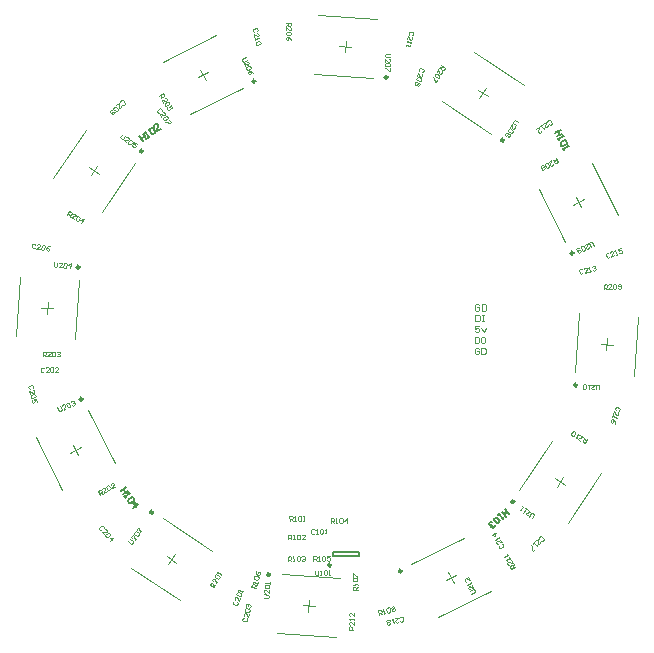
<source format=gto>
G04 Layer_Color=65535*
%FSTAX42Y42*%
%MOMM*%
G71*
G01*
G75*
%ADD56C,0.25*%
%ADD57C,0.20*%
%ADD58C,0.10*%
%ADD59C,0.04*%
%ADD60C,0.15*%
%ADD61C,0.05*%
D56*
X02028Y016515D02*
G03*
X02028Y016515I-000012J0D01*
G01*
X020877Y016464D02*
G03*
X020877Y016464I-000012J0D01*
G01*
X019761Y016435D02*
G03*
X019761Y016435I-000012J0D01*
G01*
X018772Y016962D02*
G03*
X018772Y016962I-000012J0D01*
G01*
X018176Y017919D02*
G03*
X018176Y017919I-000012J0D01*
G01*
X01815Y019037D02*
G03*
X01815Y019037I-000012J0D01*
G01*
X018686Y02002D02*
G03*
X018686Y02002I-000012J0D01*
G01*
X019638Y020612D02*
G03*
X019638Y020612I-000012J0D01*
G01*
X020758Y020644D02*
G03*
X020758Y020644I-000012J0D01*
G01*
X021743Y020112D02*
G03*
X021743Y020112I-000012J0D01*
G01*
X022331Y019157D02*
G03*
X022331Y019157I-000012J0D01*
G01*
X022363Y018038D02*
G03*
X022363Y018038I-000012J0D01*
G01*
X021829Y017052D02*
G03*
X021829Y017052I-000012J0D01*
G01*
D57*
X020295Y016595D02*
X020295Y016625D01*
X020515Y016625D02*
X020515Y016595D01*
X020295D02*
X020515D01*
X020295Y016625D02*
X020515Y016625D01*
D58*
X021273Y016455D02*
X021317Y016365D01*
X02125Y016388D02*
X02134Y016433D01*
X020088Y016121D02*
X020095Y01622D01*
X020042Y016174D02*
X020141Y016167D01*
X0189Y016521D02*
X018956Y016605D01*
X018886Y016591D02*
X01897Y016536D01*
X01807Y017466D02*
X018159Y017511D01*
X018092Y017533D02*
X018137Y017444D01*
X017826Y018695D02*
X017925Y018689D01*
X017872Y018642D02*
X017879Y018742D01*
X018231Y019883D02*
X018314Y019827D01*
X018245Y019814D02*
X0183Y019896D01*
X019173Y02071D02*
X019218Y020621D01*
X019151Y020643D02*
X01924Y020688D01*
X020396Y020855D02*
X020402Y020955D01*
X020349Y020908D02*
X020449Y020902D01*
X021535Y020469D02*
X02159Y020553D01*
X021521Y020539D02*
X021604Y020483D01*
X022327Y019565D02*
X022417Y01961D01*
X02235Y019632D02*
X022394Y019543D01*
X022562Y018387D02*
X022662Y018381D01*
X022609Y018334D02*
X022615Y018434D01*
X022174Y017248D02*
X022258Y017192D01*
X022188Y017178D02*
X022244Y017262D01*
X020144Y016468D02*
X020145Y016435D01*
X020151Y016428D01*
X020165Y016428D01*
X020171Y016435D01*
X020171Y016468D01*
X020185Y016428D02*
X020198Y016429D01*
X020191Y016428D01*
X020191Y016468D01*
X020184Y016462D01*
X020218Y016462D02*
X020224Y016469D01*
X020237Y016469D01*
X020244Y016462D01*
X020245Y016436D01*
X020238Y016429D01*
X020225Y016429D01*
X020218Y016435D01*
X020218Y016462D01*
X020258Y016429D02*
X020271Y016429D01*
X020265Y016429D01*
X020264Y016469D01*
X020258Y016463D01*
X020469Y015967D02*
X020429Y015968D01*
X020429Y015988D01*
X020436Y015995D01*
X020449Y015994D01*
X020456Y015987D01*
X020455Y015968D01*
X020456Y015981D02*
X020469Y015994D01*
X020471Y016034D02*
X02047Y016007D01*
X020444Y016035D01*
X020437Y016035D01*
X02043Y016028D01*
X02043Y016015D01*
X020436Y016008D01*
X020471Y016047D02*
X020471Y01606D01*
X020471Y016054D01*
X020431Y016055D01*
X020438Y016048D01*
X020473Y016107D02*
X020472Y01608D01*
X020446Y016108D01*
X020439Y016108D01*
X020433Y016102D01*
X020432Y016088D01*
X020439Y016081D01*
X020865Y016041D02*
X020873Y016036D01*
X020886Y01604D01*
X020891Y016048D01*
X020884Y016074D01*
X020876Y016078D01*
X020863Y016075D01*
X020858Y016067D01*
X020818Y016064D02*
X020844Y01607D01*
X020824Y016038D01*
X020826Y016032D01*
X020834Y016027D01*
X020847Y01603D01*
X020852Y016038D01*
X020805Y016061D02*
X020792Y016058D01*
X020798Y016059D01*
X020808Y01602D01*
X020813Y016028D01*
X020781Y01602D02*
X020776Y016012D01*
X020763Y016009D01*
X020755Y016014D01*
X020753Y01602D01*
X020758Y016029D01*
X02075Y016033D01*
X020748Y01604D01*
X020753Y016048D01*
X020766Y016051D01*
X020774Y016046D01*
X020776Y01604D01*
X020771Y016032D01*
X020779Y016027D01*
X020781Y01602D01*
X020771Y016032D02*
X020758Y016029D01*
X021466Y01627D02*
X021496Y016285D01*
X0215Y016294D01*
X021494Y016306D01*
X021485Y016309D01*
X021455Y016294D01*
X021474Y016348D02*
X021485Y016324D01*
X02145Y016336D01*
X021444Y016333D01*
X021441Y016324D01*
X021446Y016312D01*
X021455Y016309D01*
X021468Y01636D02*
X021462Y016372D01*
X021465Y016366D01*
X021429Y016348D01*
X021438Y016345D01*
X021442Y016414D02*
X021454Y01639D01*
X021418Y016402D01*
X021412Y016399D01*
X021409Y016391D01*
X021415Y016379D01*
X021424Y016375D01*
X02014Y016814D02*
X020133Y016821D01*
X02012Y016821D01*
X020113Y016814D01*
X020113Y016787D01*
X02012Y016781D01*
X020133Y016781D01*
X02014Y016788D01*
X020153Y016781D02*
X020167Y016781D01*
X02016Y016781D01*
X02016Y016821D01*
X020153Y016814D01*
X020186Y016815D02*
X020193Y016821D01*
X020206Y016822D01*
X020213Y016815D01*
X020213Y016788D01*
X020207Y016782D01*
X020193Y016781D01*
X020187Y016788D01*
X020186Y016815D01*
X020227Y016782D02*
X02024Y016782D01*
X020233Y016782D01*
X020233Y016822D01*
X020226Y016815D01*
X019918Y016732D02*
X019917Y016772D01*
X019937Y016772D01*
X019944Y016766D01*
X019944Y016752D01*
X019937Y016746D01*
X019917Y016746D01*
X019931Y016746D02*
X019944Y016732D01*
X019958Y016732D02*
X019971Y016732D01*
X019964Y016732D01*
X019964Y016772D01*
X019957Y016766D01*
X019991Y016766D02*
X019997Y016773D01*
X020011Y016773D01*
X020017Y016766D01*
X020017Y016739D01*
X020011Y016733D01*
X019997Y016733D01*
X019991Y016739D01*
X019991Y016766D01*
X020057Y016733D02*
X020031Y016733D01*
X020057Y016759D01*
X020057Y016766D01*
X020051Y016773D01*
X020037Y016773D01*
X020031Y016766D01*
X019916Y016547D02*
X019915Y016587D01*
X019935Y016588D01*
X019941Y016581D01*
X019942Y016568D01*
X019935Y016561D01*
X019915Y016561D01*
X019929Y016561D02*
X019942Y016548D01*
X019955Y016548D02*
X019969Y016549D01*
X019962Y016549D01*
X019961Y016588D01*
X019955Y016582D01*
X019988Y016582D02*
X019995Y016589D01*
X020008Y01659D01*
X020015Y016583D01*
X020015Y016556D01*
X020009Y01655D01*
X019995Y016549D01*
X019989Y016556D01*
X019988Y016582D01*
X020028Y016583D02*
X020035Y01659D01*
X020048Y01659D01*
X020055Y016584D01*
X020055Y016577D01*
X020048Y01657D01*
X020042Y01657D01*
X020048Y01657D01*
X020055Y016564D01*
X020055Y016557D01*
X020049Y01655D01*
X020035Y01655D01*
X020029Y016557D01*
X020277Y016871D02*
X020277Y016911D01*
X020297Y016912D01*
X020303Y016905D01*
X020303Y016892D01*
X020297Y016885D01*
X020277Y016885D01*
X02029Y016885D02*
X020303Y016872D01*
X020317Y016872D02*
X02033Y016872D01*
X020323Y016872D01*
X020323Y016912D01*
X020317Y016905D01*
X02035Y016905D02*
X020356Y016912D01*
X02037Y016912D01*
X020377Y016906D01*
X020377Y016879D01*
X02037Y016872D01*
X020357Y016872D01*
X02035Y016879D01*
X02035Y016905D01*
X02041Y016872D02*
X02041Y016912D01*
X02039Y016892D01*
X020417Y016893D01*
X019643Y01632D02*
X019604Y01633D01*
X019609Y01635D01*
X019618Y016354D01*
X01963Y016351D01*
X019635Y016342D01*
X01963Y016323D01*
X019633Y016336D02*
X01965Y016345D01*
X019653Y016358D02*
X019657Y016371D01*
X019655Y016365D01*
X019617Y016375D01*
X019621Y016367D01*
X01963Y016399D02*
X019626Y016407D01*
X019629Y01642D01*
X019637Y016425D01*
X019663Y016418D01*
X019668Y016409D01*
X019664Y016397D01*
X019656Y016392D01*
X01963Y016399D01*
X019642Y016465D02*
X019644Y016451D01*
X019654Y016434D01*
X019667Y016431D01*
X019675Y016435D01*
X019678Y016448D01*
X019674Y016456D01*
X019667Y016458D01*
X019659Y016453D01*
X019654Y016434D01*
X020503Y016304D02*
X020463Y016304D01*
X020463Y016324D01*
X020469Y016331D01*
X020483Y016331D01*
X020489Y016324D01*
X02049Y016304D01*
X020489Y016317D02*
X020503Y016331D01*
X020503Y016344D02*
X020502Y016358D01*
X020502Y016351D01*
X020462Y01635D01*
X020469Y016344D01*
X020469Y016377D02*
X020462Y016384D01*
X020462Y016397D01*
X020469Y016404D01*
X020495Y016404D01*
X020502Y016398D01*
X020502Y016384D01*
X020496Y016377D01*
X020469Y016377D01*
X020462Y016417D02*
X020462Y016444D01*
X020468Y016444D01*
X020495Y016417D01*
X020502Y016418D01*
X020129Y016552D02*
X020129Y016591D01*
X020149Y016592D01*
X020156Y016585D01*
X020156Y016572D01*
X020149Y016565D01*
X020129Y016565D01*
X020143Y016565D02*
X020156Y016552D01*
X020169Y016552D02*
X020183Y016552D01*
X020176Y016552D01*
X020176Y016592D01*
X020169Y016585D01*
X020202Y016586D02*
X020209Y016592D01*
X020222Y016593D01*
X020229Y016586D01*
X020229Y016559D01*
X020223Y016553D01*
X020209Y016552D01*
X020203Y016559D01*
X020202Y016586D01*
X020269Y016593D02*
X020242Y016593D01*
X020243Y016573D01*
X020256Y01658D01*
X020262Y01658D01*
X020269Y016573D01*
X020269Y01656D01*
X020263Y016553D01*
X020249Y016553D01*
X020243Y01656D01*
X019461Y016209D02*
X019452Y016205D01*
X019447Y016193D01*
X019451Y016184D01*
X019476Y016175D01*
X019485Y016179D01*
X01949Y016191D01*
X019486Y0162D01*
X019506Y016235D02*
X019497Y01621D01*
X019481Y016244D01*
X019475Y016247D01*
X019466Y016243D01*
X019462Y01623D01*
X019465Y016222D01*
X01948Y016259D02*
X019476Y016268D01*
X01948Y01628D01*
X019489Y016284D01*
X019514Y016275D01*
X019518Y016266D01*
X019513Y016254D01*
X019504Y01625D01*
X01948Y016259D01*
X019525Y016285D02*
X01953Y016297D01*
X019527Y016291D01*
X01949Y016305D01*
X019494Y016297D01*
X017848Y018181D02*
X017841Y018187D01*
X017828Y018187D01*
X017822Y01818D01*
X017822Y018153D01*
X017829Y018147D01*
X017842Y018147D01*
X017849Y018154D01*
X017889Y018148D02*
X017862Y018148D01*
X017888Y018175D01*
X017888Y018182D01*
X017881Y018188D01*
X017868Y018188D01*
X017862Y018181D01*
X017901Y018182D02*
X017908Y018189D01*
X017921Y018189D01*
X017928Y018183D01*
X017929Y018156D01*
X017922Y018149D01*
X017909Y018149D01*
X017902Y018155D01*
X017901Y018182D01*
X017969Y018151D02*
X017942Y01815D01*
X017968Y018177D01*
X017968Y018184D01*
X017961Y01819D01*
X017948Y01819D01*
X017941Y018183D01*
X019539Y016069D02*
X019531Y016064D01*
X019528Y016051D01*
X019533Y016043D01*
X019559Y016037D01*
X019567Y016042D01*
X01957Y016055D01*
X019565Y016063D01*
X019581Y0161D02*
X019575Y016074D01*
X019555Y016107D01*
X019549Y016108D01*
X019541Y016103D01*
X019538Y01609D01*
X019542Y016082D01*
X019552Y016121D02*
X019547Y016129D01*
X01955Y016142D01*
X019558Y016147D01*
X019584Y016141D01*
X019589Y016133D01*
X019586Y01612D01*
X019578Y016115D01*
X019552Y016121D01*
X019561Y01616D02*
X019557Y016168D01*
X01956Y016181D01*
X019568Y016186D01*
X019574Y016184D01*
X019579Y016176D01*
X019578Y01617D01*
X019579Y016176D01*
X019587Y016181D01*
X019594Y01618D01*
X019599Y016171D01*
X019595Y016159D01*
X019587Y016154D01*
X018353Y016826D02*
X018353Y016835D01*
X018344Y016845D01*
X018334Y016845D01*
X018315Y016827D01*
X018315Y016818D01*
X018324Y016808D01*
X018333Y016808D01*
X018355Y016774D02*
X018337Y016793D01*
X018375Y016792D01*
X01838Y016796D01*
X01838Y016806D01*
X018371Y016816D01*
X018362Y016816D01*
X018389Y016787D02*
X018398Y016786D01*
X018407Y016777D01*
X018407Y016767D01*
X018388Y016749D01*
X018378Y016749D01*
X018369Y016759D01*
X018369Y016769D01*
X018389Y016787D01*
X018405Y01672D02*
X018435Y016747D01*
X018406Y016748D01*
X018425Y016729D01*
X017754Y018012D02*
X017759Y01802D01*
X017755Y018033D01*
X017747Y018038D01*
X017721Y018032D01*
X017717Y018024D01*
X01772Y018011D01*
X017728Y018006D01*
X01773Y017965D02*
X017724Y017991D01*
X017756Y017971D01*
X017763Y017973D01*
X017768Y017981D01*
X017765Y017994D01*
X017757Y017999D01*
X017766Y01796D02*
X017774Y017955D01*
X017777Y017942D01*
X017772Y017934D01*
X017746Y017928D01*
X017738Y017933D01*
X017735Y017946D01*
X01774Y017954D01*
X017766Y01796D01*
X017788Y017897D02*
X017782Y017922D01*
X017762Y017918D01*
X017772Y017906D01*
X017773Y0179D01*
X017768Y017892D01*
X017755Y017889D01*
X017747Y017894D01*
X017744Y017907D01*
X017749Y017915D01*
X017776Y019227D02*
X01777Y019234D01*
X017757Y019236D01*
X01775Y01923D01*
X017746Y019204D01*
X017752Y019197D01*
X017765Y019195D01*
X017772Y0192D01*
X017811Y019188D02*
X017785Y019192D01*
X017815Y019214D01*
X017816Y019221D01*
X01781Y019229D01*
X017797Y01923D01*
X017789Y019225D01*
X017829Y019219D02*
X017836Y019225D01*
X01785Y019223D01*
X017855Y019215D01*
X017852Y019189D01*
X017844Y019183D01*
X017831Y019185D01*
X017825Y019193D01*
X017829Y019219D01*
X017896Y019216D02*
X017882Y019212D01*
X017867Y0192D01*
X017865Y019187D01*
X01787Y01918D01*
X017884Y019178D01*
X017891Y019183D01*
X017892Y01919D01*
X017886Y019198D01*
X017867Y0192D01*
X018848Y02036D02*
X018849Y020369D01*
X018842Y02038D01*
X018832Y020382D01*
X01881Y020366D01*
X018809Y020357D01*
X018816Y020346D01*
X018826Y020344D01*
X018843Y020308D02*
X018828Y02033D01*
X018865Y020323D01*
X01887Y020327D01*
X018872Y020336D01*
X018864Y020347D01*
X018855Y020349D01*
X018878Y020316D02*
X018887Y020314D01*
X018895Y020303D01*
X018893Y020294D01*
X018871Y020279D01*
X018862Y02028D01*
X018854Y020291D01*
X018856Y020301D01*
X018878Y020316D01*
X018906Y020287D02*
X018922Y020265D01*
X018916Y020261D01*
X018879Y020268D01*
X018873Y020264D01*
X021052Y020687D02*
X02106Y020692D01*
X021064Y020705D01*
X021059Y020713D01*
X021034Y020721D01*
X021026Y020716D01*
X021022Y020703D01*
X021026Y020695D01*
X021009Y020659D02*
X021016Y020684D01*
X021034Y020651D01*
X021041Y020649D01*
X021049Y020654D01*
X021053Y020666D01*
X021048Y020675D01*
X021037Y020636D02*
X021041Y020628D01*
X021037Y020615D01*
X021029Y020611D01*
X021004Y020618D01*
X020999Y020627D01*
X021003Y020639D01*
X021011Y020644D01*
X021037Y020636D01*
X021025Y020598D02*
X02103Y02059D01*
X021026Y020577D01*
X021018Y020572D01*
X021011Y020574D01*
X021007Y020583D01*
X020999Y020578D01*
X020992Y02058D01*
X020988Y020588D01*
X020992Y020601D01*
X021Y020606D01*
X021006Y020604D01*
X021011Y020595D01*
X021019Y0206D01*
X021025Y020598D01*
X021011Y020595D02*
X021007Y020583D01*
X018513Y020412D02*
X018523Y020412D01*
X018533Y020421D01*
X018533Y020431D01*
X018515Y02045D01*
X018505Y02045D01*
X018495Y020441D01*
X018495Y020432D01*
X018462Y020409D02*
X018481Y020428D01*
X01848Y02039D01*
X018484Y020385D01*
X018494Y020385D01*
X018504Y020394D01*
X018504Y020403D01*
X018475Y020376D02*
X018474Y020366D01*
X018465Y020357D01*
X018455Y020358D01*
X018437Y020377D01*
X018437Y020386D01*
X018447Y020396D01*
X018456Y020395D01*
X018475Y020376D01*
X018427Y020368D02*
X018418Y020368D01*
X018408Y020359D01*
X018408Y02035D01*
X018426Y02033D01*
X018436Y02033D01*
X018445Y020339D01*
X018446Y020348D01*
X018441Y020353D01*
X018432Y020354D01*
X018417Y02034D01*
X019653Y021034D02*
X019658Y021041D01*
X019655Y021054D01*
X019648Y02106D01*
X019622Y021054D01*
X019616Y021046D01*
X019619Y021033D01*
X019627Y021028D01*
X019629Y020987D02*
X019623Y021013D01*
X019655Y020993D01*
X019662Y020994D01*
X019667Y021002D01*
X019664Y021015D01*
X019656Y02102D01*
X019632Y020974D02*
X019635Y020961D01*
X019633Y020968D01*
X019672Y020976D01*
X019665Y020981D01*
X019672Y020949D02*
X01968Y020944D01*
X019682Y020931D01*
X019677Y020923D01*
X019651Y020917D01*
X019643Y020922D01*
X01964Y020935D01*
X019646Y020943D01*
X019672Y020949D01*
X020966Y020999D02*
X020974Y021004D01*
X020977Y021017D01*
X020972Y021025D01*
X020946Y021031D01*
X020938Y021026D01*
X020935Y021013D01*
X02094Y021005D01*
X020925Y020968D02*
X020931Y020994D01*
X02095Y020961D01*
X020957Y02096D01*
X020965Y020965D01*
X020968Y020978D01*
X020963Y020986D01*
X020921Y020955D02*
X020918Y020942D01*
X02092Y020948D01*
X020959Y020939D01*
X020954Y020947D01*
X020914Y020922D02*
X020911Y020909D01*
X020912Y020916D01*
X020951Y020907D01*
X020946Y020915D01*
X022126Y020245D02*
X022135Y020243D01*
X022146Y020251D01*
X022147Y020261D01*
X022131Y020282D01*
X022122Y020284D01*
X022111Y020276D01*
X02211Y020266D01*
X022074Y020248D02*
X022095Y020264D01*
X02209Y020227D01*
X022094Y020221D01*
X022103Y02022D01*
X022114Y020228D01*
X022115Y020237D01*
X022063Y02024D02*
X022052Y020232D01*
X022058Y020236D01*
X022081Y020204D01*
X022083Y020213D01*
X022015Y020204D02*
X022036Y02022D01*
X022031Y020183D01*
X022035Y020178D01*
X022044Y020176D01*
X022055Y020184D01*
X022056Y020193D01*
X022406Y019019D02*
X022398Y019023D01*
X022385Y01902D01*
X02238Y019012D01*
X022386Y018986D01*
X022394Y018982D01*
X022407Y018985D01*
X022412Y018993D01*
X022452Y018995D02*
X022426Y018989D01*
X022446Y019021D01*
X022445Y019028D01*
X022437Y019033D01*
X022424Y01903D01*
X022419Y019022D01*
X022465Y018998D02*
X022478Y019001D01*
X022472Y019D01*
X022463Y019039D01*
X022458Y019031D01*
X02249Y019038D02*
X022495Y019046D01*
X022508Y019049D01*
X022516Y019044D01*
X022518Y019038D01*
X022513Y01903D01*
X022506Y019028D01*
X022513Y01903D01*
X022521Y019025D01*
X022522Y019018D01*
X022517Y01901D01*
X022504Y019007D01*
X022496Y019012D01*
X0217Y01668D02*
X021698Y016671D01*
X021704Y016659D01*
X021713Y016657D01*
X021737Y016669D01*
X021739Y016678D01*
X021733Y01669D01*
X021724Y016693D01*
X021711Y016731D02*
X021723Y016708D01*
X021687Y016718D01*
X021681Y016715D01*
X021679Y016706D01*
X021685Y016694D01*
X021694Y016692D01*
X021704Y016743D02*
X021698Y016754D01*
X021701Y016749D01*
X021666Y016729D01*
X021675Y016727D01*
X021679Y016789D02*
X021644Y01677D01*
X021671Y016762D01*
X021658Y016786D01*
X022628Y019153D02*
X022619Y019157D01*
X022607Y019152D01*
X022603Y019144D01*
X022613Y019119D01*
X022621Y019115D01*
X022634Y01912D01*
X022637Y019128D01*
X022677Y019137D02*
X022652Y019127D01*
X022667Y019162D01*
X022665Y019168D01*
X022656Y019172D01*
X022644Y019167D01*
X02264Y019158D01*
X022689Y019142D02*
X022702Y019146D01*
X022696Y019144D01*
X022681Y019181D01*
X022677Y019173D01*
X022731Y019201D02*
X022706Y019191D01*
X022713Y019172D01*
X022723Y019183D01*
X022729Y019186D01*
X022738Y019182D01*
X022743Y01917D01*
X022739Y019161D01*
X022727Y019156D01*
X022718Y01916D01*
X022713Y017821D02*
X022721Y017825D01*
X022726Y017838D01*
X022721Y017847D01*
X022696Y017855D01*
X022688Y017851D01*
X022683Y017839D01*
X022688Y01783D01*
X022668Y017795D02*
X022677Y01782D01*
X022693Y017786D01*
X0227Y017784D01*
X022708Y017788D01*
X022712Y0178D01*
X022708Y017809D01*
X022664Y017782D02*
X022659Y017769D01*
X022662Y017776D01*
X022699Y017763D01*
X022695Y017771D01*
X022682Y017712D02*
X02268Y017727D01*
X022672Y017744D01*
X022659Y017748D01*
X022651Y017744D01*
X022646Y017732D01*
X02265Y017723D01*
X022657Y017721D01*
X022665Y017725D01*
X022672Y017744D01*
X02206Y01672D02*
X022069Y01672D01*
X022079Y01673D01*
X022079Y016739D01*
X02206Y016758D01*
X02205Y016758D01*
X022041Y016748D01*
X022041Y016739D01*
X022008Y016715D02*
X022027Y016734D01*
X022027Y016696D01*
X022032Y016692D01*
X022041Y016692D01*
X022051Y016701D01*
X022051Y016711D01*
X021999Y016706D02*
X021989Y016696D01*
X021994Y016701D01*
X022022Y016673D01*
X022022Y016682D01*
X022004Y016654D02*
X021985Y016635D01*
X02198Y01664D01*
X02198Y016677D01*
X021975Y016682D01*
X019928Y016892D02*
X019927Y016932D01*
X019947Y016932D01*
X019954Y016925D01*
X019954Y016912D01*
X019948Y016905D01*
X019928Y016905D01*
X019941Y016905D02*
X019954Y016892D01*
X019968Y016892D02*
X019981Y016892D01*
X019974Y016892D01*
X019974Y016932D01*
X019967Y016925D01*
X020001Y016925D02*
X020007Y016932D01*
X020021Y016932D01*
X020027Y016925D01*
X020028Y016899D01*
X020021Y016892D01*
X020008Y016892D01*
X020001Y016899D01*
X020001Y016925D01*
X020041Y016892D02*
X020054Y016892D01*
X020048Y016892D01*
X020047Y016932D01*
X020041Y016926D01*
X020686Y016093D02*
X020676Y016131D01*
X020695Y016137D01*
X020703Y016132D01*
X020707Y016119D01*
X020702Y016111D01*
X020683Y016106D01*
X020696Y016109D02*
X020712Y0161D01*
X020725Y016103D02*
X020738Y016107D01*
X020731Y016105D01*
X020721Y016143D01*
X020716Y016135D01*
X020748Y016144D02*
X020753Y016152D01*
X020766Y016156D01*
X020774Y016151D01*
X020781Y016125D01*
X020776Y016117D01*
X020763Y016113D01*
X020755Y016118D01*
X020748Y016144D01*
X020787Y016154D02*
X020792Y016162D01*
X020805Y016166D01*
X020813Y016161D01*
X020814Y016155D01*
X02081Y016147D01*
X020818Y016142D01*
X02082Y016135D01*
X020815Y016127D01*
X020802Y016124D01*
X020794Y016129D01*
X020792Y016135D01*
X020797Y016143D01*
X020789Y016148D01*
X020787Y016154D01*
X020797Y016143D02*
X02081Y016147D01*
X019288Y016325D02*
X019252Y016344D01*
X019262Y016362D01*
X019271Y016364D01*
X019283Y016358D01*
X019285Y016349D01*
X019276Y016331D01*
X019282Y016343D02*
X0193Y016348D01*
X019319Y016384D02*
X019307Y01636D01*
X019296Y016396D01*
X01929Y016399D01*
X019281Y016397D01*
X019275Y016385D01*
X019277Y016376D01*
X019296Y016411D02*
X019294Y01642D01*
X0193Y016432D01*
X019309Y016435D01*
X019332Y016422D01*
X019335Y016413D01*
X019329Y016401D01*
X01932Y016398D01*
X019296Y016411D01*
X019345Y01643D02*
X019351Y016442D01*
X019348Y016436D01*
X019313Y016455D01*
X019315Y016446D01*
X018323Y017107D02*
X018303Y017143D01*
X018321Y017152D01*
X01833Y01715D01*
X018336Y017138D01*
X018334Y017129D01*
X018316Y017119D01*
X018328Y017126D02*
X018346Y01712D01*
X018381Y017139D02*
X018358Y017127D01*
X018368Y017163D01*
X018365Y017169D01*
X018356Y017171D01*
X018344Y017165D01*
X018342Y017156D01*
X018377Y017175D02*
X018379Y017184D01*
X018391Y01719D01*
X0184Y017188D01*
X018413Y017164D01*
X01841Y017155D01*
X018399Y017149D01*
X01839Y017152D01*
X018377Y017175D01*
X018451Y017178D02*
X018428Y017165D01*
X018439Y017201D01*
X018435Y017207D01*
X018426Y01721D01*
X018415Y017203D01*
X018412Y017194D01*
X017838Y018282D02*
Y018322D01*
X017857D01*
X017864Y018316D01*
Y018302D01*
X017857Y018296D01*
X017838D01*
X017851D02*
X017864Y018282D01*
X017904D02*
X017877D01*
X017904Y018309D01*
Y018316D01*
X017897Y018322D01*
X017884D01*
X017877Y018316D01*
X017917D02*
X017924Y018322D01*
X017937D01*
X017944Y018316D01*
Y018289D01*
X017937Y018282D01*
X017924D01*
X017917Y018289D01*
Y018316D01*
X017957D02*
X017964Y018322D01*
X017977D01*
X017984Y018316D01*
Y018309D01*
X017977Y018302D01*
X017971D01*
X017977D01*
X017984Y018296D01*
Y018289D01*
X017977Y018282D01*
X017964D01*
X017957Y018289D01*
X018043Y019477D02*
X018062Y019512D01*
X018079Y019503D01*
X018082Y019494D01*
X018076Y019482D01*
X018066Y019479D01*
X018049Y019489D01*
X018061Y019483D02*
X018066Y019465D01*
X018101Y019445D02*
X018077Y019458D01*
X018114Y019468D01*
X018117Y019474D01*
X018114Y019483D01*
X018103Y01949D01*
X018094Y019487D01*
X018129Y019468D02*
X018138Y01947D01*
X018149Y019464D01*
X018152Y019455D01*
X018139Y019431D01*
X01813Y019429D01*
X018118Y019435D01*
X018116Y019444D01*
X018129Y019468D01*
X018165Y019409D02*
X018184Y019444D01*
X018157Y019437D01*
X01818Y019424D01*
X018823Y020488D02*
X018856Y020509D01*
X018867Y020492D01*
X018865Y020483D01*
X018854Y020476D01*
X018844Y020478D01*
X018834Y020495D01*
X018841Y020483D02*
X018837Y020465D01*
X018858Y020431D02*
X018844Y020454D01*
X018881Y020445D01*
X018886Y020449D01*
X018888Y020458D01*
X018881Y020469D01*
X018872Y020471D01*
X018893Y020438D02*
X018903Y020436D01*
X01891Y020424D01*
X018908Y020415D01*
X018885Y020401D01*
X018876Y020403D01*
X018869Y020414D01*
X018871Y020423D01*
X018893Y020438D01*
X018935Y020385D02*
X01892Y020407D01*
X018903Y020397D01*
X018916Y020389D01*
X01892Y020383D01*
X018918Y020374D01*
X018906Y020367D01*
X018897Y020369D01*
X01889Y02038D01*
X018892Y02039D01*
X019898Y021107D02*
X019937Y021108D01*
X019938Y021088D01*
X019931Y021081D01*
X019918Y021081D01*
X019911Y021088D01*
X019911Y021108D01*
X019911Y021094D02*
X019898Y021081D01*
X019898Y021041D02*
X019898Y021068D01*
X019924Y021041D01*
X019931Y021041D01*
X019938Y021048D01*
X019938Y021061D01*
X019931Y021068D01*
X019931Y021028D02*
X019938Y021021D01*
X019938Y021008D01*
X019931Y021001D01*
X019904Y021001D01*
X019898Y021008D01*
X019898Y021021D01*
X019904Y021028D01*
X019931Y021028D01*
X019938Y020961D02*
X019931Y020974D01*
X019918Y020988D01*
X019904Y020988D01*
X019898Y020981D01*
X019898Y020968D01*
X019904Y020961D01*
X019911Y020961D01*
X019918Y020968D01*
X019918Y020988D01*
X021207Y020748D02*
X021242Y020727D01*
X021232Y02071D01*
X021222Y020708D01*
X021211Y020714D01*
X021209Y020724D01*
X021219Y020741D01*
X021212Y020729D02*
X021194Y020725D01*
X021173Y02069D02*
X021187Y020713D01*
X021196Y020677D01*
X021202Y020673D01*
X021211Y020676D01*
X021218Y020687D01*
X021216Y020696D01*
X021195Y020662D02*
X021197Y020653D01*
X021191Y020641D01*
X021182Y020639D01*
X021159Y020653D01*
X021156Y020662D01*
X021163Y020673D01*
X021172Y020675D01*
X021195Y020662D01*
X02118Y020624D02*
X021167Y020601D01*
X021161Y020605D01*
X021152Y020641D01*
X021146Y020644D01*
X02218Y01996D02*
X022199Y019925D01*
X022181Y019915D01*
X022172Y019918D01*
X022166Y01993D01*
X022168Y019939D01*
X022186Y019948D01*
X022174Y019942D02*
X022156Y019948D01*
X022121Y019929D02*
X022145Y019941D01*
X022133Y019905D01*
X022136Y0199D01*
X022145Y019897D01*
X022157Y019903D01*
X02216Y019912D01*
X022125Y019893D02*
X022122Y019884D01*
X02211Y019878D01*
X022101Y019881D01*
X022089Y019905D01*
X022091Y019914D01*
X022103Y01992D01*
X022112Y019917D01*
X022125Y019893D01*
X022089Y019875D02*
X022086Y019866D01*
X022075Y01986D01*
X022066Y019862D01*
X022063Y019868D01*
X022065Y019877D01*
X022056Y01988D01*
X022053Y019886D01*
X022056Y019895D01*
X022068Y019901D01*
X022077Y019898D01*
X02208Y019892D01*
X022077Y019883D01*
X022086Y019881D01*
X022089Y019875D01*
X022077Y019883D02*
X022065Y019877D01*
X022588Y01885D02*
X022586Y01889D01*
X022606Y018891D01*
X022613Y018884D01*
X022614Y018871D01*
X022607Y018864D01*
X022587Y018863D01*
X0226Y018864D02*
X022614Y018851D01*
X022654Y018852D02*
X022627Y018851D01*
X022653Y018879D01*
X022653Y018885D01*
X022646Y018892D01*
X022633Y018891D01*
X022626Y018885D01*
X022666Y018886D02*
X022673Y018893D01*
X022686Y018893D01*
X022693Y018887D01*
X022694Y01886D01*
X022687Y018853D01*
X022674Y018853D01*
X022667Y018859D01*
X022666Y018886D01*
X022707Y01886D02*
X022714Y018854D01*
X022727Y018854D01*
X022734Y018861D01*
X022733Y018888D01*
X022726Y018894D01*
X022713Y018894D01*
X022706Y018887D01*
X022707Y01888D01*
X022713Y018874D01*
X022733Y018875D01*
X022448Y01758D02*
X022427Y017545D01*
X02241Y017556D01*
X022408Y017565D01*
X022414Y017576D01*
X022424Y017579D01*
X022441Y017568D01*
X022429Y017575D02*
X022424Y017593D01*
X02239Y017614D02*
X022413Y0176D01*
X022377Y017591D01*
X022373Y017585D01*
X022376Y017576D01*
X022387Y017569D01*
X022396Y017571D01*
X022378Y01762D02*
X022367Y017627D01*
X022373Y017624D01*
X022353Y017589D01*
X022362Y017592D01*
X022333Y017608D02*
X022324Y017606D01*
X022312Y017613D01*
X02231Y017622D01*
X022323Y017645D01*
X022332Y017647D01*
X022344Y017641D01*
X022346Y017631D01*
X022333Y017608D01*
X021838Y0165D02*
X021803Y016479D01*
X021793Y016496D01*
X021795Y016506D01*
X021807Y016513D01*
X021816Y01651D01*
X021826Y016493D01*
X021819Y016505D02*
X021824Y016523D01*
X021803Y016557D02*
X021817Y016534D01*
X02178Y016543D01*
X021775Y01654D01*
X021772Y016531D01*
X021779Y016519D01*
X021788Y016517D01*
X021796Y016569D02*
X021789Y01658D01*
X021793Y016574D01*
X021759Y016554D01*
X021768Y016551D01*
X021779Y016597D02*
X021772Y016608D01*
X021776Y016603D01*
X021741Y016582D01*
X02175Y01658D01*
X01971Y01624D02*
X019743Y016238D01*
X01975Y016244D01*
X019751Y016257D01*
X019745Y016265D01*
X019712Y016267D01*
X019755Y016304D02*
X019753Y016277D01*
X019728Y016306D01*
X019722Y016306D01*
X019714Y0163D01*
X019713Y016287D01*
X01972Y01628D01*
X019722Y01632D02*
X019716Y016327D01*
X019717Y01634D01*
X019724Y016346D01*
X019751Y016344D01*
X019757Y016337D01*
X019756Y016324D01*
X019749Y016318D01*
X019722Y01632D01*
X019759Y016357D02*
X019759Y01637D01*
X019759Y016364D01*
X019719Y016367D01*
X019725Y01636D01*
X018561Y016716D02*
X018588Y016697D01*
X018598Y016698D01*
X018605Y016709D01*
X018604Y016718D01*
X018576Y016738D01*
X018632Y016747D02*
X018617Y016725D01*
X01861Y016763D01*
X018605Y016766D01*
X018596Y016765D01*
X018588Y016754D01*
X01859Y016745D01*
X018612Y016777D02*
X018611Y016787D01*
X018618Y016798D01*
X018628Y016799D01*
X01865Y016784D01*
X018651Y016775D01*
X018644Y016764D01*
X018634Y016762D01*
X018612Y016777D01*
X018678Y016813D02*
X018663Y016791D01*
X018656Y016828D01*
X018651Y016832D01*
X018641Y01683D01*
X018634Y016819D01*
X018635Y01681D01*
X017962Y017852D02*
X017975Y017821D01*
X017984Y017818D01*
X017996Y017823D01*
X017999Y017832D01*
X017986Y017862D01*
X018039Y017841D02*
X018014Y017831D01*
X018028Y017866D01*
X018025Y017872D01*
X018017Y017876D01*
X018004Y01787D01*
X018001Y017861D01*
X018038Y017877D02*
X018041Y017886D01*
X018053Y017891D01*
X018062Y017888D01*
X018073Y017864D01*
X018069Y017855D01*
X018057Y017849D01*
X018048Y017853D01*
X018038Y017877D01*
X018074Y017893D02*
X018078Y017902D01*
X01809Y017907D01*
X018099Y017904D01*
X018101Y017898D01*
X018098Y017889D01*
X018092Y017886D01*
X018098Y017889D01*
X018107Y017886D01*
X018109Y017879D01*
X018106Y017871D01*
X018094Y017865D01*
X018085Y017869D01*
X017934Y019077D02*
X017933Y019044D01*
X017939Y019037D01*
X017952Y019037D01*
X017959Y019043D01*
X017961Y019076D01*
X017999Y019035D02*
X017972Y019036D01*
X018Y019061D01*
X018Y019068D01*
X017994Y019075D01*
X017981Y019076D01*
X017974Y019069D01*
X018014Y019067D02*
X018021Y019074D01*
X018034Y019073D01*
X01804Y019066D01*
X018039Y01904D01*
X018032Y019033D01*
X018019Y019034D01*
X018013Y019041D01*
X018014Y019067D01*
X018072Y019032D02*
X018074Y019072D01*
X018053Y019053D01*
X01808Y019051D01*
X018515Y020165D02*
X018496Y020138D01*
X018498Y020129D01*
X018509Y020121D01*
X018518Y020123D01*
X018537Y02015D01*
X018547Y020095D02*
X018525Y02011D01*
X018562Y020117D01*
X018566Y020122D01*
X018565Y020131D01*
X018554Y020139D01*
X018544Y020137D01*
X018577Y020114D02*
X018587Y020116D01*
X018597Y020109D01*
X018599Y020099D01*
X018584Y020077D01*
X018575Y020076D01*
X018564Y020083D01*
X018562Y020093D01*
X018577Y020114D01*
X018636Y020082D02*
X018614Y020097D01*
X018603Y020081D01*
X018617Y020079D01*
X018623Y020075D01*
X018624Y020066D01*
X018617Y020055D01*
X018608Y020053D01*
X018597Y02006D01*
X018595Y02007D01*
X019556Y020815D02*
X019526Y0208D01*
X019523Y020792D01*
X019529Y02078D01*
X019538Y020777D01*
X019568Y020791D01*
X01955Y020738D02*
X019538Y020762D01*
X019574Y02075D01*
X019579Y020753D01*
X019582Y020762D01*
X019577Y020774D01*
X019568Y020777D01*
X019585Y020741D02*
X019594Y020738D01*
X0196Y020726D01*
X019597Y020717D01*
X019573Y020705D01*
X019564Y020708D01*
X019559Y02072D01*
X019562Y020729D01*
X019585Y020741D01*
X019621Y020684D02*
X019609Y020693D01*
X019591Y020699D01*
X019579Y020693D01*
X019576Y020684D01*
X019582Y020672D01*
X019591Y020669D01*
X019597Y020672D01*
X0196Y020681D01*
X019591Y020699D01*
X020775Y020842D02*
X020742Y020842D01*
X020735Y020836D01*
X020735Y020823D01*
X020742Y020816D01*
X020775Y020816D01*
X020735Y020776D02*
X020735Y020803D01*
X020761Y020776D01*
X020768Y020776D01*
X020775Y020782D01*
X020775Y020796D01*
X020768Y020802D01*
X020768Y020762D02*
X020775Y020756D01*
X020775Y020742D01*
X020768Y020736D01*
X020741Y020736D01*
X020735Y020743D01*
X020735Y020756D01*
X020741Y020763D01*
X020768Y020762D01*
X020775Y020722D02*
X020775Y020696D01*
X020768Y020696D01*
X020741Y020723D01*
X020735Y020723D01*
X021862Y020262D02*
X021833Y020279D01*
X021824Y020277D01*
X021817Y020265D01*
X021819Y020256D01*
X021848Y020239D01*
X021793Y020226D02*
X021807Y020248D01*
X021815Y020212D01*
X021821Y020208D01*
X02183Y02021D01*
X021837Y020222D01*
X021835Y020231D01*
X021814Y020197D02*
X021816Y020188D01*
X021809Y020176D01*
X0218Y020174D01*
X021777Y020188D01*
X021775Y020197D01*
X021782Y020209D01*
X021791Y020211D01*
X021814Y020197D01*
X021793Y020163D02*
X021795Y020154D01*
X021788Y020142D01*
X021779Y02014D01*
X021773Y020144D01*
X021771Y020153D01*
X021762Y020151D01*
X021756Y020154D01*
X021754Y020163D01*
X021761Y020175D01*
X02177Y020177D01*
X021776Y020173D01*
X021778Y020164D01*
X021787Y020166D01*
X021793Y020163D01*
X021778Y020164D02*
X021771Y020153D01*
X022504Y019219D02*
X02249Y019249D01*
X022481Y019252D01*
X022469Y019247D01*
X022466Y019238D01*
X02248Y019208D01*
X022427Y019227D02*
X022451Y019238D01*
X022438Y019203D01*
X022441Y019197D01*
X02245Y019194D01*
X022462Y019199D01*
X022465Y019208D01*
X022429Y019191D02*
X022426Y019182D01*
X022413Y019177D01*
X022405Y01918D01*
X022393Y019204D01*
X022397Y019213D01*
X022409Y019219D01*
X022418Y019215D01*
X022429Y019191D01*
X022381Y019199D02*
X022373Y019202D01*
X02236Y019196D01*
X022357Y019188D01*
X022368Y019163D01*
X022377Y01916D01*
X022389Y019166D01*
X022393Y019174D01*
X02239Y019181D01*
X022381Y019184D01*
X022363Y019175D01*
X02255Y018003D02*
X02255Y018036D01*
X022543Y018043D01*
X02253Y018043D01*
X022523Y018036D01*
X022523Y018003D01*
X022483Y018043D02*
X02251Y018043D01*
X022483Y018017D01*
X022483Y01801D01*
X02249Y018003D01*
X022503Y018003D01*
X02251Y01801D01*
X02247Y018043D02*
X022457Y018043D01*
X022463Y018043D01*
X022463Y018003D01*
X02247Y01801D01*
X022436Y01801D02*
X02243Y018004D01*
X022416Y018004D01*
X02241Y018011D01*
X02241Y018037D01*
X022417Y018044D01*
X02243Y018044D01*
X022437Y018037D01*
X022436Y01801D01*
X021978Y016909D02*
X021996Y016937D01*
X021994Y016946D01*
X021983Y016954D01*
X021974Y016952D01*
X021956Y016924D01*
X021945Y01698D02*
X021967Y016965D01*
X02193Y016958D01*
X021926Y016952D01*
X021928Y016943D01*
X021939Y016936D01*
X021948Y016937D01*
X021934Y016987D02*
X021923Y016995D01*
X021928Y016991D01*
X021906Y016958D01*
X021915Y01696D01*
X021906Y017006D02*
X021895Y017013D01*
X021901Y01701D01*
X021878Y016977D01*
X021887Y016978D01*
D59*
X02096Y016523D02*
X021408Y016745D01*
X021182Y016075D02*
X02163Y016298D01*
X01986Y016437D02*
X020358Y016402D01*
X019825Y015938D02*
X020324Y015904D01*
X018858Y01691D02*
X019274Y016634D01*
X018582Y016493D02*
X018999Y016217D01*
X018224Y017825D02*
X018451Y017379D01*
X017778Y017598D02*
X018005Y017152D01*
X018109Y018427D02*
X018141Y018926D01*
X01761Y018458D02*
X017642Y018957D01*
X01834Y019508D02*
X01862Y019922D01*
X017925Y019788D02*
X018205Y020202D01*
X019083Y02033D02*
X019531Y020553D01*
X01886Y020777D02*
X019307Y021001D01*
X020134Y020671D02*
X020634Y02064D01*
X020165Y02117D02*
X020664Y021139D01*
X021216Y020441D02*
X021632Y020164D01*
X021493Y020857D02*
X021909Y020581D01*
X022037Y0197D02*
X022259Y019252D01*
X022485Y019923D02*
X022707Y019475D01*
X022347Y01815D02*
X022378Y018649D01*
X022846Y018118D02*
X022877Y018618D01*
X021869Y01715D02*
X022146Y017567D01*
X022286Y016874D02*
X022562Y01729D01*
D60*
X018541Y017172D02*
X018498Y017141D01*
X01852Y017157D01*
X01854Y017128D01*
X018561Y017144D01*
X018519Y017113D01*
X018529Y017099D02*
X018539Y017085D01*
X018534Y017092D01*
X018577Y017122D01*
X018564Y017124D01*
X01859Y017089D02*
X018602Y017087D01*
X018612Y017073D01*
X01861Y01706D01*
X018582Y01704D01*
X01857Y017042D01*
X018559Y017056D01*
X018561Y017068D01*
X01859Y017089D01*
X0186Y016999D02*
X018643Y01703D01*
X018606Y017036D01*
X018627Y017008D01*
X022223Y0202D02*
X022176Y020177D01*
X022199Y020188D01*
X022215Y020157D01*
X022238Y020168D01*
X022191Y020145D01*
X022199Y02013D02*
X022206Y020114D01*
X022203Y020122D01*
X02225Y020145D01*
X022238Y020149D01*
X022257Y02011D02*
X022269Y020106D01*
X022277Y02009D01*
X022273Y020078D01*
X022241Y020063D01*
X02223Y020067D01*
X022222Y020082D01*
X022226Y020094D01*
X022257Y02011D01*
X022241Y020043D02*
X022249Y020028D01*
X022245Y020035D01*
X022292Y020059D01*
X02228Y020062D01*
X018656Y020147D02*
X018686Y020104D01*
X018671Y020125D01*
X0187Y020145D01*
X018685Y020167D01*
X018715Y020124D01*
X018729Y020134D02*
X018743Y020144D01*
X018736Y020139D01*
X018706Y020182D01*
X018704Y02017D01*
X018739Y020195D02*
X018742Y020207D01*
X018756Y020217D01*
X018768Y020215D01*
X018788Y020187D01*
X018786Y020174D01*
X018772Y020164D01*
X01876Y020166D01*
X018739Y020195D01*
X018836Y02021D02*
X018807Y02019D01*
X018816Y020238D01*
X018811Y020245D01*
X018799Y020247D01*
X018784Y020237D01*
X018782Y020225D01*
X021783Y016948D02*
X021749Y016987D01*
X021766Y016967D01*
X02174Y016944D01*
X021757Y016925D01*
X021723Y016964D01*
X021709Y016952D02*
X021696Y016941D01*
X021703Y016946D01*
X021738Y016907D01*
X021738Y01692D01*
X021706Y016891D02*
X021705Y016878D01*
X021692Y016867D01*
X02168Y016867D01*
X021657Y016893D01*
X021657Y016906D01*
X02167Y016917D01*
X021683Y016917D01*
X021706Y016891D01*
X021667Y016856D02*
X021666Y016843D01*
X021653Y016832D01*
X021641Y016833D01*
X021635Y016839D01*
X021636Y016851D01*
X021642Y016857D01*
X021636Y016851D01*
X021623Y016852D01*
X021617Y016859D01*
X021618Y016871D01*
X021631Y016883D01*
X021643Y016882D01*
D61*
X021535Y018713D02*
X021527Y018722D01*
X021509D01*
X0215Y018713D01*
Y018678D01*
X021509Y01867D01*
X021527D01*
X021535Y018678D01*
Y018696D01*
X021518D01*
X021553Y018722D02*
Y01867D01*
X021579D01*
X021588Y018678D01*
Y018713D01*
X021579Y018722D01*
X021553D01*
X021534Y018346D02*
X021525Y018354D01*
X021508D01*
X021499Y018346D01*
Y018311D01*
X021508Y018302D01*
X021525D01*
X021534Y018311D01*
Y018328D01*
X021517D01*
X021552Y018354D02*
Y018302D01*
X021578D01*
X021587Y018311D01*
Y018346D01*
X021578Y018354D01*
X021552D01*
X021498Y018448D02*
Y018396D01*
X021524D01*
X021533Y018404D01*
Y018439D01*
X021524Y018448D01*
X021498D01*
X021576D02*
X021559D01*
X02155Y018439D01*
Y018404D01*
X021559Y018396D01*
X021576D01*
X021585Y018404D01*
Y018439D01*
X021576Y018448D01*
X021501Y018631D02*
Y018578D01*
X021528D01*
X021536Y018587D01*
Y018622D01*
X021528Y018631D01*
X021501D01*
X021554D02*
X021571D01*
X021563D01*
Y018578D01*
X021554D01*
X021571D01*
X021535Y018541D02*
X0215D01*
Y018515D01*
X021517Y018523D01*
X021526D01*
X021535Y018515D01*
Y018497D01*
X021526Y018489D01*
X021509D01*
X0215Y018497D01*
X021552Y018523D02*
X02157Y018489D01*
X021587Y018523D01*
M02*

</source>
